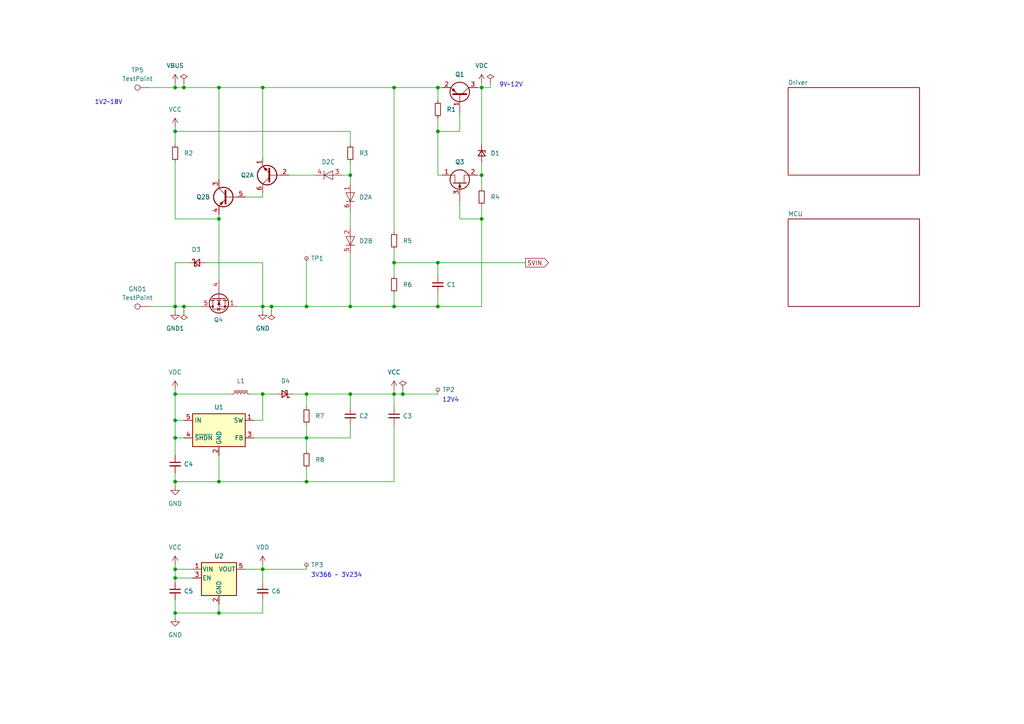
<source format=kicad_sch>
(kicad_sch (version 20231120) (generator "eeschema") (generator_version "8.0")
  (paper "A4")
  (title_block (title "ECOM ESC") (date "2023-11-07") (rev "1.0") (company "ECOM"))
  (lib_symbols
    (symbol "Connector:TestPoint" (pin_numbers hide) (pin_names (offset 0.762) hide)
      (property "Reference" "TP" (at 0 6.858 0))
      (property "Value" "TestPoint" (at 0 5.08 0))
      (symbol "TestPoint_0_1"
        (circle (center 0 3.302) (radius 0.762))
      )
      (symbol "TestPoint_1_1"
        (pin passive line (at 0 0 90) (length 2.54) (name "1") (number "1"))
      )
    )
    (symbol "Connector:TestPoint_Small" (pin_numbers hide) (pin_names (offset 0.762) hide)
      (property "Reference" "TP" (at 0 3.81 0))
      (property "Value" "TestPoint_Small" (at 0 2.032 0))
      (symbol "TestPoint_Small_0_1"
        (circle (center 0 0) (radius 0.508))
      )
      (symbol "TestPoint_Small_1_1"
        (pin passive line (at 0 0 90) (length 0) (name "1") (number "1"))
      )
    )
    (symbol "Device:Q_PNP_BEC" (pin_names (offset 0) hide)
      (property "Reference" "Q" (at 5.08 1.27 0))
      (property "Value" "Q_PNP_BEC" (at 5.08 -1.27 0))
      (symbol "Q_PNP_BEC_0_1"
        (polyline (pts (xy 0.635 0.635) (xy 2.54 2.54)))
        (polyline (pts (xy 0.635 -0.635) (xy 2.54 -2.54) (xy 2.54 -2.54)))
        (polyline (pts (xy 0.635 1.905) (xy 0.635 -1.905) (xy 0.635 -1.905)) (stroke (width 0.508)))
        (polyline (pts (xy 2.286 -1.778) (xy 1.778 -2.286) (xy 1.27 -1.27) (xy 2.286 -1.778) (xy 2.286 -1.778)) (fill (type outline)))
        (circle (center 1.27 0) (radius 2.8194) (stroke (width 0.254)))
      )
      (symbol "Q_PNP_BEC_1_1"
        (pin input line (at -5.08 0 0) (length 5.715) (name "B") (number "1"))
        (pin passive line (at 2.54 -5.08 90) (length 2.54) (name "E") (number "2"))
        (pin passive line (at 2.54 5.08 270) (length 2.54) (name "C") (number "3"))
      )
    )
    (symbol "LibProj:AP2204K-3.3" (pin_names (offset 0.254))
      (property "Reference" "U" (at -5.08 5.715 0))
      (property "Value" "AP2204K-3.3" (at 0 5.715 0))
      (symbol "AP2204K-3.3_0_1"
        (rectangle (start -5.08 4.445) (end 5.08 -5.08) (stroke (width 0.254)) (fill (type background)))
      )
      (symbol "AP2204K-3.3_1_1"
        (pin power_in line (at -7.62 2.54 0) (length 2.54) (name "VIN") (number "1"))
        (pin power_in line (at 0 -7.62 90) (length 2.54) (name "GND") (number "2"))
        (pin input line (at -7.62 0 0) (length 2.54) (name "EN") (number "3"))
        (pin no_connect line (at 5.08 0 180) (length 2.54) hide (name "NC") (number "4"))
        (pin power_out line (at 7.62 2.54 180) (length 2.54) (name "VOUT") (number "5"))
      )
    )
    (symbol "LibProj:AP3012"
      (property "Reference" "U" (at -7.62 5.715 0))
      (property "Value" "AP3012" (at 0 5.715 0))
      (symbol "AP3012_0_1"
        (rectangle (start -7.62 4.445) (end 7.62 -5.08) (stroke (width 0.254)) (fill (type background)))
      )
      (symbol "AP3012_1_1"
        (pin passive line (at 10.16 2.54 180) (length 2.54) (name "SW") (number "1"))
        (pin power_in line (at 0 -7.62 90) (length 2.54) (name "GND") (number "2"))
        (pin input line (at 10.16 -2.54 180) (length 2.54) (name "FB") (number "3"))
        (pin input line (at -10.16 -2.54 0) (length 2.54) (name "~{SHDN}") (number "4"))
        (pin power_in line (at -10.16 2.54 0) (length 2.54) (name "IN") (number "5"))
      )
    )
    (symbol "LibProj:CSD17578Q5A" (pin_names hide)
      (property "Reference" "Q" (at 5.08 1.905 0))
      (property "Value" "CSD17578Q5A" (at 5.08 0 0))
      (symbol "CSD17578Q5A_0_1"
        (polyline (pts (xy 0.254 0) (xy -2.54 0)))
        (polyline (pts (xy 0.254 1.905) (xy 0.254 -1.905)) (stroke (width 0.254)))
        (polyline (pts (xy 0.762 -1.27) (xy 0.762 -2.286)) (stroke (width 0.254)))
        (polyline (pts (xy 0.762 0.508) (xy 0.762 -0.508)) (stroke (width 0.254)))
        (polyline (pts (xy 0.762 2.286) (xy 0.762 1.27)) (stroke (width 0.254)))
        (polyline (pts (xy 2.54 2.54) (xy 2.54 1.778)))
        (polyline (pts (xy 2.54 -2.54) (xy 2.54 0) (xy 0.762 0)))
        (polyline (pts (xy 0.762 -1.778) (xy 3.302 -1.778) (xy 3.302 1.778) (xy 0.762 1.778)))
        (polyline (pts (xy 1.016 0) (xy 2.032 0.381) (xy 2.032 -0.381) (xy 1.016 0)) (fill (type outline)))
        (polyline (pts (xy 2.794 0.508) (xy 2.921 0.381) (xy 3.683 0.381) (xy 3.81 0.254)))
        (polyline (pts (xy 3.302 0.381) (xy 2.921 -0.254) (xy 3.683 -0.254) (xy 3.302 0.381)))
        (circle (center 1.651 0) (radius 2.794) (stroke (width 0.254)))
        (circle (center 2.54 -1.778) (radius 0.254) (fill (type outline)))
        (circle (center 2.54 1.778) (radius 0.254) (fill (type outline)))
      )
      (symbol "CSD17578Q5A_1_1"
        (pin passive line (at 2.54 -5.08 90) (length 2.54) (name "S") (number "1"))
        (pin passive line (at 2.54 -5.08 90) (length 2.54) hide (name "S") (number "2"))
        (pin passive line (at 2.54 -5.08 90) (length 2.54) hide (name "S") (number "3"))
        (pin passive line (at -5.08 0 0) (length 2.54) (name "G") (number "4"))
        (pin passive line (at 2.54 5.08 270) (length 2.54) (name "D") (number "5"))
      )
    )
    (symbol "LibProj:C_Small" (pin_numbers hide) (pin_names (offset 0.254) hide)
      (property "Reference" "C" (at 0.254 1.778 0))
      (property "Value" "C_Small" (at 0.254 -2.032 0))
      (symbol "C_Small_0_1"
        (polyline (pts (xy -1.524 -0.508) (xy 1.524 -0.508)) (stroke (width 0.3302)))
        (polyline (pts (xy -1.524 0.508) (xy 1.524 0.508)) (stroke (width 0.3048)))
      )
      (symbol "C_Small_1_1"
        (pin passive line (at 0 2.54 270) (length 2.032) (name "~") (number "1"))
        (pin passive line (at 0 -2.54 90) (length 2.032) (name "~") (number "2"))
      )
    )
    (symbol "LibProj:D_Schottky_Small" (pin_numbers hide) (pin_names (offset 0.254) hide)
      (property "Reference" "D" (at -1.27 2.032 0))
      (property "Value" "D_Schottky_Small" (at -7.112 -2.032 0))
      (symbol "D_Schottky_Small_0_1"
        (polyline (pts (xy -0.762 0) (xy 0.762 0)))
        (polyline (pts (xy 0.762 -1.016) (xy -0.762 0) (xy 0.762 1.016) (xy 0.762 -1.016)) (stroke (width 0.254)))
        (polyline (pts (xy -1.27 0.762) (xy -1.27 1.016) (xy -0.762 1.016) (xy -0.762 -1.016) (xy -0.254 -1.016) (xy -0.254 -0.762)) (stroke (width 0.254)))
      )
      (symbol "D_Schottky_Small_1_1"
        (pin passive line (at -2.54 0 0) (length 1.778) (name "K") (number "1"))
        (pin passive line (at 2.54 0 180) (length 1.778) (name "A") (number "2"))
      )
    )
    (symbol "LibProj:D_Zener_Small" (pin_numbers hide) (pin_names (offset 0.254) hide)
      (property "Reference" "D" (at 0 2.286 0))
      (property "Value" "D_Zener_Small" (at 0 -2.286 0))
      (symbol "D_Zener_Small_0_1"
        (polyline (pts (xy 0.762 0) (xy -0.762 0)))
        (polyline (pts (xy -0.254 1.016) (xy -0.762 1.016) (xy -0.762 -1.016)) (stroke (width 0.254)))
        (polyline (pts (xy 0.762 1.016) (xy -0.762 0) (xy 0.762 -1.016) (xy 0.762 1.016)) (stroke (width 0.254)))
      )
      (symbol "D_Zener_Small_1_1"
        (pin passive line (at -2.54 0 0) (length 1.778) (name "K") (number "1"))
        (pin passive line (at 2.54 0 180) (length 1.778) (name "A") (number "2"))
      )
    )
    (symbol "LibProj:L_Ferrite_Small" (pin_numbers hide) (pin_names (offset 0.254) hide)
      (property "Reference" "L" (at 1.27 1.016 0))
      (property "Value" "L_Ferrite_Small" (at 1.27 -1.27 0))
      (symbol "L_Ferrite_Small_0_1"
        (arc (start 0 -2.032) (mid 0.5058 -1.524) (end 0 -1.016))
        (arc (start 0 -1.016) (mid 0.5058 -0.508) (end 0 0))
        (polyline (pts (xy 0.762 -1.905) (xy 0.762 -1.651)))
        (polyline (pts (xy 0.762 -1.397) (xy 0.762 -1.143)))
        (polyline (pts (xy 0.762 -0.889) (xy 0.762 -0.635)))
        (polyline (pts (xy 0.762 -0.381) (xy 0.762 -0.127)))
        (polyline (pts (xy 0.762 0.127) (xy 0.762 0.381)))
        (polyline (pts (xy 0.762 0.635) (xy 0.762 0.889)))
        (polyline (pts (xy 0.762 1.143) (xy 0.762 1.397)))
        (polyline (pts (xy 0.762 1.651) (xy 0.762 1.905)))
        (polyline (pts (xy 1.016 -1.651) (xy 1.016 -1.905)))
        (polyline (pts (xy 1.016 -1.143) (xy 1.016 -1.397)))
        (polyline (pts (xy 1.016 -0.635) (xy 1.016 -0.889)))
        (polyline (pts (xy 1.016 -0.127) (xy 1.016 -0.381)))
        (polyline (pts (xy 1.016 0.381) (xy 1.016 0.127)))
        (polyline (pts (xy 1.016 0.889) (xy 1.016 0.635)))
        (polyline (pts (xy 1.016 1.397) (xy 1.016 1.143)))
        (polyline (pts (xy 1.016 1.905) (xy 1.016 1.651)))
        (arc (start 0 0) (mid 0.5058 0.508) (end 0 1.016))
        (arc (start 0 1.016) (mid 0.5058 1.524) (end 0 2.032))
      )
      (symbol "L_Ferrite_Small_1_1"
        (pin passive line (at 0 2.54 270) (length 0.508) (name "~") (number "1"))
        (pin passive line (at 0 -2.54 90) (length 0.508) (name "~") (number "2"))
      )
    )
    (symbol "LibProj:MMBD4448HTW" (pin_names (offset 1.016) hide)
      (property "Reference" "D" (at 0 2.54 0))
      (property "Value" "MMBD4448HTW" (at 0 -2.54 0))
      (symbol "MMBD4448HTW_0_1"
        (polyline (pts (xy -1.27 1.27) (xy -1.27 -1.27)) (stroke (width 0.1524)))
        (polyline (pts (xy 1.27 0) (xy -1.27 0)))
        (polyline (pts (xy 1.27 1.27) (xy 1.27 -1.27)))
        (polyline (pts (xy 1.27 1.27) (xy -1.27 0) (xy 1.27 -1.27)))
      )
      (symbol "MMBD4448HTW_1_1"
        (pin passive line (at 3.81 0 180) (length 2.54) (name "A") (number "1"))
        (pin passive line (at -3.81 0 0) (length 2.54) (name "K") (number "6"))
      )
      (symbol "MMBD4448HTW_2_1"
        (pin passive line (at 3.81 0 180) (length 2.54) (name "A") (number "2"))
        (pin passive line (at -3.81 0 0) (length 2.54) (name "K") (number "5"))
      )
      (symbol "MMBD4448HTW_3_1"
        (pin passive line (at 3.81 0 180) (length 2.54) (name "A") (number "3"))
        (pin passive line (at -3.81 0 0) (length 2.54) (name "K") (number "4"))
      )
    )
    (symbol "LibProj:Q_Dual_NPN_PNP_E1B1C2E2B2C1" (pin_names (offset 0) hide)
      (property "Reference" "Q" (at 5.08 1.27 0))
      (property "Value" "Q_Dual_NPN_PNP_E1B1C2E2B2C1" (at 5.08 -1.27 0))
      (symbol "Q_Dual_NPN_PNP_E1B1C2E2B2C1_0_1"
        (polyline (pts (xy 0.635 0) (xy -2.54 0)))
        (circle (center 1.27 0) (radius 2.8194) (stroke (width 0.254)))
        (circle (center 1.27 0) (radius 2.8194) (stroke (width 0.254)))
      )
      (symbol "Q_Dual_NPN_PNP_E1B1C2E2B2C1_1_1"
        (polyline (pts (xy 0.635 0.635) (xy 2.54 2.54)))
        (polyline (pts (xy 0.635 -0.635) (xy 2.54 -2.54) (xy 2.54 -2.54)))
        (polyline (pts (xy 0.635 1.905) (xy 0.635 -1.905) (xy 0.635 -1.905)) (stroke (width 0.508)))
        (polyline (pts (xy 1.27 -1.778) (xy 1.778 -1.27) (xy 2.286 -2.286) (xy 1.27 -1.778) (xy 1.27 -1.778)) (fill (type outline)))
        (pin passive line (at 2.54 -5.08 90) (length 2.54) (name "E1") (number "1"))
        (pin input line (at -5.08 0 0) (length 2.54) (name "B1") (number "2"))
        (pin passive line (at 2.54 5.08 270) (length 2.54) (name "C1") (number "6"))
      )
      (symbol "Q_Dual_NPN_PNP_E1B1C2E2B2C1_2_1"
        (polyline (pts (xy 0.635 0.635) (xy 2.54 2.54)))
        (polyline (pts (xy 0.635 -0.635) (xy 2.54 -2.54) (xy 2.54 -2.54)))
        (polyline (pts (xy 0.635 1.905) (xy 0.635 -1.905) (xy 0.635 -1.905)) (stroke (width 0.508)))
        (polyline (pts (xy 2.286 -1.778) (xy 1.778 -2.286) (xy 1.27 -1.27) (xy 2.286 -1.778) (xy 2.286 -1.778)) (fill (type outline)))
        (pin passive line (at 2.54 5.08 270) (length 2.54) (name "C2") (number "3"))
        (pin passive line (at 2.54 -5.08 90) (length 2.54) (name "E2") (number "4"))
        (pin input line (at -5.08 0 0) (length 2.54) (name "B2") (number "5"))
      )
    )
    (symbol "LibProj:Q_NJFET_DSG" (pin_names (offset 0) hide)
      (property "Reference" "Q" (at 5.08 1.27 0))
      (property "Value" "Q_NJFET_DSG" (at 5.08 -1.27 0))
      (symbol "Q_NJFET_DSG_0_1"
        (polyline (pts (xy 0.254 1.905) (xy 0.254 -1.905) (xy 0.254 -1.905)) (stroke (width 0.254)))
        (polyline (pts (xy 2.54 -2.54) (xy 2.54 -1.27) (xy 0.254 -1.27)))
        (polyline (pts (xy 2.54 2.54) (xy 2.54 1.397) (xy 0.254 1.397)))
        (polyline (pts (xy 0 0) (xy -1.016 0.381) (xy -1.016 -0.381) (xy 0 0)) (fill (type outline)))
        (circle (center 1.27 0) (radius 2.8194) (stroke (width 0.254)))
      )
      (symbol "Q_NJFET_DSG_1_1"
        (pin passive line (at 2.54 5.08 270) (length 2.54) (name "D") (number "1"))
        (pin passive line (at 2.54 -5.08 90) (length 2.54) (name "S") (number "2"))
        (pin input line (at -5.08 0 0) (length 5.334) (name "G") (number "3"))
      )
    )
    (symbol "LibProj:R_Small" (pin_numbers hide) (pin_names (offset 0.254) hide)
      (property "Reference" "R" (at 0.762 0.508 0))
      (property "Value" "R_Small" (at 0.762 -1.016 0))
      (symbol "R_Small_0_1"
        (rectangle (start -0.762 1.778) (end 0.762 -1.778) (stroke (width 0.2032)))
      )
      (symbol "R_Small_1_1"
        (pin passive line (at 0 2.54 270) (length 0.762) (name "~") (number "1"))
        (pin passive line (at 0 -2.54 90) (length 0.762) (name "~") (number "2"))
      )
    )
    (symbol "power:GND" (power) (pin_names (offset 0))
      (property "Value" "GND" (at 0 -3.81 0))
      (symbol "GND_0_1"
        (polyline (pts (xy 0 0) (xy 0 -1.27) (xy 1.27 -1.27) (xy 0 -2.54) (xy -1.27 -1.27) (xy 0 -1.27)))
      )
      (symbol "GND_1_1"
        (pin power_in line (at 0 0 270) (length 0) hide (name "GND") (number "1"))
      )
    )
    (symbol "power:GND1" (power) (pin_names (offset 0))
      (property "Value" "GND1" (at 0 -3.81 0))
      (symbol "GND1_0_1"
        (polyline (pts (xy 0 0) (xy 0 -1.27) (xy 1.27 -1.27) (xy 0 -2.54) (xy -1.27 -1.27) (xy 0 -1.27)))
      )
      (symbol "GND1_1_1"
        (pin power_in line (at 0 0 270) (length 0) hide (name "GND1") (number "1"))
      )
    )
    (symbol "power:PWR_FLAG" (power) (pin_numbers hide) (pin_names (offset 0) hide)
      (property "Value" "PWR_FLAG" (at 0 3.81 0))
      (symbol "PWR_FLAG_0_0"
        (pin power_out line (at 0 0 90) (length 0) (name "pwr") (number "1"))
      )
      (symbol "PWR_FLAG_0_1"
        (polyline (pts (xy 0 0) (xy 0 1.27) (xy -1.016 1.905) (xy 0 2.54) (xy 1.016 1.905) (xy 0 1.27)))
      )
    )
    (symbol "power:VBUS" (power) (pin_names (offset 0))
      (property "Value" "VBUS" (at 0 3.81 0))
      (symbol "VBUS_0_1"
        (polyline (pts (xy -0.762 1.27) (xy 0 2.54)))
        (polyline (pts (xy 0 0) (xy 0 2.54)))
        (polyline (pts (xy 0 2.54) (xy 0.762 1.27)))
      )
      (symbol "VBUS_1_1"
        (pin power_in line (at 0 0 90) (length 0) hide (name "VBUS") (number "1"))
      )
    )
    (symbol "power:VCC" (power) (pin_names (offset 0))
      (property "Value" "VCC" (at 0 3.81 0))
      (symbol "VCC_0_1"
        (polyline (pts (xy -0.762 1.27) (xy 0 2.54)))
        (polyline (pts (xy 0 0) (xy 0 2.54)))
        (polyline (pts (xy 0 2.54) (xy 0.762 1.27)))
      )
      (symbol "VCC_1_1"
        (pin power_in line (at 0 0 90) (length 0) hide (name "VCC") (number "1"))
      )
    )
    (symbol "power:VDC" (power) (pin_names (offset 0))
      (property "Value" "VDC" (at 0 6.35 0))
      (symbol "VDC_0_1"
        (polyline (pts (xy -0.762 1.27) (xy 0 2.54)))
        (polyline (pts (xy 0 0) (xy 0 2.54)))
        (polyline (pts (xy 0 2.54) (xy 0.762 1.27)))
      )
      (symbol "VDC_1_1"
        (pin power_in line (at 0 0 90) (length 0) hide (name "VDC") (number "1"))
      )
    )
    (symbol "power:VDD" (power) (pin_names (offset 0))
      (property "Value" "VDD" (at 0 3.81 0))
      (symbol "VDD_0_1"
        (polyline (pts (xy -0.762 1.27) (xy 0 2.54)))
        (polyline (pts (xy 0 0) (xy 0 2.54)))
        (polyline (pts (xy 0 2.54) (xy 0.762 1.27)))
      )
      (symbol "VDD_1_1"
        (pin power_in line (at 0 0 90) (length 0) hide (name "VDD") (number "1"))
      )
    )
  )
  (junction (at 88.9 127))
  (junction (at 50.8 139.7))
  (junction (at 127 25.4))
  (junction (at 139.7 50.8))
  (junction (at 76.2 114.3))
  (junction (at 127 76.2))
  (junction (at 127 38.1))
  (junction (at 53.34 25.4))
  (junction (at 127 88.9))
  (junction (at 53.34 88.9))
  (junction (at 50.8 177.8))
  (junction (at 88.9 88.9))
  (junction (at 116.84 114.3))
  (junction (at 88.9 139.7))
  (junction (at 114.3 88.9))
  (junction (at 63.5 139.7))
  (junction (at 76.2 88.9))
  (junction (at 50.8 38.1))
  (junction (at 50.8 114.3))
  (junction (at 114.3 76.2))
  (junction (at 50.8 167.64))
  (junction (at 76.2 25.4))
  (junction (at 101.6 114.3))
  (junction (at 50.8 88.9))
  (junction (at 76.2 165.1))
  (junction (at 50.8 121.92))
  (junction (at 114.3 25.4))
  (junction (at 78.74 88.9))
  (junction (at 50.8 127))
  (junction (at 101.6 50.8))
  (junction (at 63.5 177.8))
  (junction (at 101.6 88.9))
  (junction (at 88.9 114.3))
  (junction (at 50.8 25.4))
  (junction (at 139.7 25.4))
  (junction (at 114.3 114.3))
  (junction (at 63.5 63.5))
  (junction (at 63.5 25.4))
  (junction (at 50.8 165.1))
  (junction (at 139.7 63.5))
  (wire (pts (xy 50.8 177.8) (xy 50.8 173.99)))
  (wire (pts (xy 114.3 76.2) (xy 114.3 80.01)))
  (wire (pts (xy 50.8 137.16) (xy 50.8 139.7)))
  (wire (pts (xy 50.8 63.5) (xy 63.5 63.5)))
  (wire (pts (xy 101.6 118.11) (xy 101.6 114.3)))
  (wire (pts (xy 88.9 88.9) (xy 101.6 88.9)))
  (wire (pts (xy 43.18 88.9) (xy 50.8 88.9)))
  (wire (pts (xy 101.6 50.8) (xy 101.6 53.34)))
  (wire (pts (xy 72.39 114.3) (xy 76.2 114.3)))
  (wire (pts (xy 114.3 88.9) (xy 127 88.9)))
  (wire (pts (xy 78.74 88.9) (xy 88.9 88.9)))
  (wire (pts (xy 50.8 25.4) (xy 53.34 25.4)))
  (wire (pts (xy 53.34 24.13) (xy 53.34 25.4)))
  (wire (pts (xy 114.3 123.19) (xy 114.3 139.7)))
  (wire (pts (xy 114.3 85.09) (xy 114.3 88.9)))
  (wire (pts (xy 50.8 76.2) (xy 50.8 88.9)))
  (wire (pts (xy 68.58 88.9) (xy 76.2 88.9)))
  (wire (pts (xy 76.2 177.8) (xy 63.5 177.8)))
  (wire (pts (xy 76.2 173.99) (xy 76.2 177.8)))
  (wire (pts (xy 127 113.03) (xy 127 114.3)))
  (wire (pts (xy 50.8 25.4) (xy 50.8 24.13)))
  (wire (pts (xy 101.6 73.66) (xy 101.6 88.9)))
  (wire (pts (xy 88.9 135.89) (xy 88.9 139.7)))
  (wire (pts (xy 71.12 57.15) (xy 76.2 57.15)))
  (wire (pts (xy 63.5 177.8) (xy 50.8 177.8)))
  (wire (pts (xy 133.35 33.02) (xy 133.35 38.1)))
  (wire (pts (xy 133.35 58.42) (xy 133.35 63.5)))
  (wire (pts (xy 73.66 127) (xy 88.9 127)))
  (wire (pts (xy 50.8 167.64) (xy 55.88 167.64)))
  (wire (pts (xy 76.2 25.4) (xy 114.3 25.4)))
  (wire (pts (xy 50.8 88.9) (xy 53.34 88.9)))
  (wire (pts (xy 142.24 24.13) (xy 142.24 25.4)))
  (wire (pts (xy 127 38.1) (xy 127 50.8)))
  (wire (pts (xy 114.3 76.2) (xy 127 76.2)))
  (wire (pts (xy 50.8 165.1) (xy 50.8 167.64)))
  (wire (pts (xy 114.3 139.7) (xy 88.9 139.7)))
  (wire (pts (xy 50.8 46.99) (xy 50.8 63.5)))
  (wire (pts (xy 101.6 123.19) (xy 101.6 127)))
  (wire (pts (xy 50.8 36.83) (xy 50.8 38.1)))
  (wire (pts (xy 142.24 25.4) (xy 139.7 25.4)))
  (wire (pts (xy 76.2 165.1) (xy 88.9 165.1)))
  (wire (pts (xy 43.18 25.4) (xy 50.8 25.4)))
  (wire (pts (xy 50.8 177.8) (xy 50.8 179.07)))
  (wire (pts (xy 63.5 25.4) (xy 63.5 52.07)))
  (wire (pts (xy 139.7 54.61) (xy 139.7 50.8)))
  (wire (pts (xy 139.7 63.5) (xy 139.7 88.9)))
  (wire (pts (xy 127 34.29) (xy 127 38.1)))
  (wire (pts (xy 128.27 50.8) (xy 127 50.8)))
  (wire (pts (xy 50.8 38.1) (xy 101.6 38.1)))
  (wire (pts (xy 53.34 127) (xy 50.8 127)))
  (wire (pts (xy 139.7 46.99) (xy 139.7 50.8)))
  (wire (pts (xy 76.2 45.72) (xy 76.2 25.4)))
  (wire (pts (xy 139.7 25.4) (xy 139.7 41.91)))
  (wire (pts (xy 50.8 121.92) (xy 53.34 121.92)))
  (wire (pts (xy 139.7 59.69) (xy 139.7 63.5)))
  (wire (pts (xy 116.84 114.3) (xy 114.3 114.3)))
  (wire (pts (xy 63.5 63.5) (xy 63.5 81.28)))
  (wire (pts (xy 78.74 88.9) (xy 78.74 90.17)))
  (wire (pts (xy 139.7 25.4) (xy 138.43 25.4)))
  (wire (pts (xy 127 88.9) (xy 139.7 88.9)))
  (wire (pts (xy 88.9 114.3) (xy 101.6 114.3)))
  (wire (pts (xy 76.2 25.4) (xy 63.5 25.4)))
  (wire (pts (xy 71.12 165.1) (xy 76.2 165.1)))
  (wire (pts (xy 114.3 118.11) (xy 114.3 114.3)))
  (wire (pts (xy 63.5 175.26) (xy 63.5 177.8)))
  (wire (pts (xy 76.2 88.9) (xy 76.2 90.17)))
  (wire (pts (xy 88.9 118.11) (xy 88.9 114.3)))
  (wire (pts (xy 76.2 165.1) (xy 76.2 168.91)))
  (wire (pts (xy 50.8 167.64) (xy 50.8 168.91)))
  (wire (pts (xy 76.2 114.3) (xy 76.2 121.92)))
  (wire (pts (xy 50.8 41.91) (xy 50.8 38.1)))
  (wire (pts (xy 114.3 25.4) (xy 114.3 67.31)))
  (wire (pts (xy 50.8 114.3) (xy 50.8 121.92)))
  (wire (pts (xy 127 76.2) (xy 152.4 76.2)))
  (wire (pts (xy 133.35 38.1) (xy 127 38.1)))
  (wire (pts (xy 101.6 46.99) (xy 101.6 50.8)))
  (wire (pts (xy 114.3 72.39) (xy 114.3 76.2)))
  (wire (pts (xy 127 80.01) (xy 127 76.2)))
  (wire (pts (xy 50.8 88.9) (xy 50.8 90.17)))
  (wire (pts (xy 54.61 76.2) (xy 50.8 76.2)))
  (wire (pts (xy 127 85.09) (xy 127 88.9)))
  (wire (pts (xy 88.9 127) (xy 101.6 127)))
  (wire (pts (xy 63.5 139.7) (xy 63.5 132.08)))
  (wire (pts (xy 88.9 114.3) (xy 85.09 114.3)))
  (wire (pts (xy 127 25.4) (xy 127 29.21)))
  (wire (pts (xy 50.8 121.92) (xy 50.8 127)))
  (wire (pts (xy 114.3 113.03) (xy 114.3 114.3)))
  (wire (pts (xy 50.8 139.7) (xy 50.8 140.97)))
  (wire (pts (xy 83.82 50.8) (xy 91.44 50.8)))
  (wire (pts (xy 99.06 50.8) (xy 101.6 50.8)))
  (wire (pts (xy 76.2 163.83) (xy 76.2 165.1)))
  (wire (pts (xy 53.34 88.9) (xy 53.34 90.17)))
  (wire (pts (xy 101.6 88.9) (xy 114.3 88.9)))
  (wire (pts (xy 114.3 25.4) (xy 127 25.4)))
  (wire (pts (xy 114.3 114.3) (xy 101.6 114.3)))
  (wire (pts (xy 50.8 163.83) (xy 50.8 165.1)))
  (wire (pts (xy 50.8 127) (xy 50.8 132.08)))
  (wire (pts (xy 76.2 114.3) (xy 80.01 114.3)))
  (wire (pts (xy 73.66 121.92) (xy 76.2 121.92)))
  (wire (pts (xy 76.2 55.88) (xy 76.2 57.15)))
  (wire (pts (xy 76.2 76.2) (xy 76.2 88.9)))
  (wire (pts (xy 53.34 88.9) (xy 58.42 88.9)))
  (wire (pts (xy 88.9 163.83) (xy 88.9 165.1)))
  (wire (pts (xy 127 25.4) (xy 128.27 25.4)))
  (wire (pts (xy 53.34 25.4) (xy 63.5 25.4)))
  (wire (pts (xy 50.8 139.7) (xy 63.5 139.7)))
  (wire (pts (xy 76.2 88.9) (xy 78.74 88.9)))
  (wire (pts (xy 67.31 114.3) (xy 50.8 114.3)))
  (wire (pts (xy 133.35 63.5) (xy 139.7 63.5)))
  (wire (pts (xy 88.9 123.19) (xy 88.9 127)))
  (wire (pts (xy 59.69 76.2) (xy 76.2 76.2)))
  (wire (pts (xy 116.84 114.3) (xy 127 114.3)))
  (wire (pts (xy 88.9 127) (xy 88.9 130.81)))
  (wire (pts (xy 63.5 62.23) (xy 63.5 63.5)))
  (wire (pts (xy 116.84 113.03) (xy 116.84 114.3)))
  (wire (pts (xy 88.9 139.7) (xy 63.5 139.7)))
  (wire (pts (xy 101.6 60.96) (xy 101.6 66.04)))
  (wire (pts (xy 139.7 24.13) (xy 139.7 25.4)))
  (wire (pts (xy 139.7 50.8) (xy 138.43 50.8)))
  (wire (pts (xy 88.9 74.93) (xy 88.9 88.9)))
  (wire (pts (xy 55.88 165.1) (xy 50.8 165.1)))
  (wire (pts (xy 50.8 113.03) (xy 50.8 114.3)))
  (wire (pts (xy 101.6 38.1) (xy 101.6 41.91)))
  (text "3V366 ~ 3V234" (at 90.17 167.64 0) (effects (font (size 1.27 1.27)) (justify left bottom)))
  (text "9V~12V" (at 144.78 25.4 0) (effects (font (size 1.27 1.27)) (justify left bottom)))
  (text "1V2~18V" (at 35.56 30.48 0) (effects (font (size 1.27 1.27)) (justify right bottom)))
  (text "12V4" (at 128.27 116.84 0) (effects (font (size 1.27 1.27)) (justify left bottom)))
  (global_label "SVIN" (shape output) (at 152.4 76.2 0) (property "Intersheetrefs" "${INTERSHEET_REFS}" (effects (hide yes))))
  (symbol (lib_id "LibProj:R_Small") (at 101.6 44.45 0) (unit 1)
    (property "Reference" "R3" (at 104.14 44.45 0) (effects (justify left)))
    (property "Value" "4k7" (effects (hide yes)))
    (property "Footprint" "Resistor_SMD:R_0402_1005Metric" (effects (hide yes)))
    (property "JLCPCB Part #" "C25900" (effects (hide yes)))
    (property "Rating" "62.5mW - ±1%" (effects (hide yes)))
  )
  (symbol (lib_id "power:PWR_FLAG") (at 53.34 24.13 0) (unit 1)
    (property "Reference" "#FLG01" (effects (hide yes)))
    (property "Value" "PWR_FLAG" (effects (hide yes)))
  )
  (symbol (lib_id "LibProj:CSD17578Q5A") (at 63.5 86.36 90) (mirror x) (unit 1)
    (property "Reference" "Q4" (at 64.77 92.71 90) (effects (justify left)))
    (property "Value" "AON7418" (effects (hide yes)))
    (property "Footprint" "Package_SON:VSON-8_3.3x3.3mm_P0.65mm_NexFET" (effects (hide yes)))
    (property "Datasheet" "http://www.ti.com/lit/gpn/csd17578q5a" (effects (hide yes)))
    (property "JLCPCB Part #" "C74384" (effects (hide yes)))
  )
  (symbol (lib_id "LibProj:MMBD4448HTW") (at 101.6 69.85 90) (unit 2)
    (property "Reference" "D2" (at 104.14 69.8881 90) (effects (justify right)))
    (property "Value" "MMBD4448HTW" (effects (hide yes)))
    (property "Footprint" "Package_TO_SOT_SMD:SOT-363_SC-70-6" (effects (hide yes)))
    (property "Datasheet" "http://www.diodes.com/datasheets/ds30153.pdf" (effects (hide yes)))
    (property "JLCPCB Part #" "C435910" (effects (hide yes)))
  )
  (symbol (lib_id "power:GND") (at 76.2 90.17 0) (unit 1)
    (property "Reference" "#PWR05" (effects (hide yes)))
    (property "Value" "GND" (at 76.2 95.25 0))
  )
  (symbol (lib_id "power:PWR_FLAG") (at 142.24 24.13 0) (unit 1)
    (property "Reference" "#FLG02" (effects (hide yes)))
    (property "Value" "PWR_FLAG" (effects (hide yes)))
  )
  (symbol (lib_id "LibProj:R_Small") (at 50.8 44.45 0) (unit 1)
    (property "Reference" "R2" (at 53.34 44.45 0) (effects (justify left)))
    (property "Value" "2k2" (effects (hide yes)))
    (property "Footprint" "Resistor_SMD:R_0402_1005Metric" (effects (hide yes)))
    (property "JLCPCB Part #" "C25879" (effects (hide yes)))
    (property "Rating" "62.5mW - ±1%" (effects (hide yes)))
  )
  (symbol (lib_id "power:GND") (at 50.8 140.97 0) (unit 1)
    (property "Reference" "#PWR08" (effects (hide yes)))
    (property "Value" "GND" (at 50.8 146.05 0))
  )
  (symbol (lib_id "power:VCC") (at 114.3 113.03 0) (unit 1)
    (property "Reference" "#PWR07" (effects (hide yes)))
    (property "Value" "VCC" (at 114.3 107.95 0))
  )
  (symbol (lib_id "LibProj:AP2204K-3.3") (at 63.5 167.64 0) (unit 1)
    (property "Reference" "U2" (at 63.5 161.29 0))
    (property "Value" "AP2210K-3.3TRG1" (effects (hide yes)))
    (property "Footprint" "Package_TO_SOT_SMD:SOT-23-5" (effects (hide yes)))
    (property "Datasheet" "https://www.diodes.com/assets/Datasheets/AP2204.pdf" (effects (hide yes)))
    (property "JLCPCB Part #" "C176959" (effects (hide yes)))
  )
  (symbol (lib_id "LibProj:C_Small") (at 76.2 171.45 0) (unit 1)
    (property "Reference" "C6" (at 78.74 171.4563 0) (effects (justify left)))
    (property "Value" "2.2uF" (effects (hide yes)))
    (property "Footprint" "Capacitor_SMD:C_0603_1608Metric" (effects (hide yes)))
    (property "JLCPCB Part #" "C23630" (effects (hide yes)))
    (property "Rating" "X5R - 16V - ±10%" (effects (hide yes)))
  )
  (symbol (lib_id "power:VCC") (at 50.8 163.83 0) (unit 1)
    (property "Reference" "#PWR09" (effects (hide yes)))
    (property "Value" "VCC" (at 50.8 158.75 0))
  )
  (symbol (lib_id "LibProj:R_Small") (at 88.9 120.65 0) (unit 1)
    (property "Reference" "R7" (at 91.44 120.65 0) (effects (justify left)))
    (property "Value" "91k" (effects (hide yes)))
    (property "Footprint" "Resistor_SMD:R_0402_1005Metric" (effects (hide yes)))
    (property "JLCPCB Part #" "C4147" (effects (hide yes)))
    (property "Rating" "62.5mW - ±1%" (effects (hide yes)))
  )
  (symbol (lib_id "power:GND1") (at 50.8 90.17 0) (unit 1)
    (property "Reference" "#PWR04" (effects (hide yes)))
    (property "Value" "GND1" (at 50.8 95.25 0))
  )
  (symbol (lib_id "LibProj:Q_Dual_NPN_PNP_E1B1C2E2B2C1") (at 78.74 50.8 180) (unit 1)
    (property "Reference" "Q2" (at 73.66 50.8 0) (effects (justify left)))
    (property "Value" "EMZ1T2R" (effects (hide yes)))
    (property "Footprint" "Package_TO_SOT_SMD:SOT-563" (effects (hide yes)))
    (property "JLCPCB Part #" "C510332" (effects (hide yes)))
  )
  (symbol (lib_id "Connector:TestPoint_Small") (at 127 113.03 0) (unit 1)
    (property "Reference" "TP2" (at 128.27 113.03 0) (effects (justify left)))
    (property "Value" "TestPoint_Small" (effects (hide yes)))
    (property "Footprint" "TestPoint:TestPoint_Pad_D1.0mm" (effects (hide yes)))
  )
  (symbol (lib_id "power:PWR_FLAG") (at 53.34 90.17 180) (unit 1)
    (property "Reference" "#FLG03" (effects (hide yes)))
    (property "Value" "PWR_FLAG" (effects (hide yes)))
  )
  (symbol (lib_id "Connector:TestPoint") (at 43.18 25.4 90) (unit 1)
    (property "Reference" "TP5" (at 39.878 20.32 90))
    (property "Value" "TestPoint" (at 39.878 22.86 90))
    (property "Footprint" "TestPoint:TestPoint_Pad_2.5x2.5mm" (effects (hide yes)))
  )
  (symbol (lib_id "power:PWR_FLAG") (at 78.74 90.17 180) (unit 1)
    (property "Reference" "#FLG04" (effects (hide yes)))
    (property "Value" "PWR_FLAG" (effects (hide yes)))
  )
  (symbol (lib_id "LibProj:C_Small") (at 101.6 120.65 0) (unit 1)
    (property "Reference" "C2" (at 104.14 120.6563 0) (effects (justify left)))
    (property "Value" "10pF" (effects (hide yes)))
    (property "Footprint" "Capacitor_SMD:C_0402_1005Metric" (effects (hide yes)))
    (property "JLCPCB Part #" "C32949 " (effects (hide yes)))
    (property "Rating" "C0G - 50V - ±5%" (effects (hide yes)))
  )
  (symbol (lib_id "power:VDC") (at 50.8 113.03 0) (unit 1)
    (property "Reference" "#PWR06" (effects (hide yes)))
    (property "Value" "VDC" (at 50.8 107.95 0))
  )
  (symbol (lib_id "LibProj:R_Small") (at 88.9 133.35 0) (unit 1)
    (property "Reference" "R8" (at 91.44 133.35 0) (effects (justify left)))
    (property "Value" "10k" (effects (hide yes)))
    (property "Footprint" "Resistor_SMD:R_0402_1005Metric" (effects (hide yes)))
    (property "JLCPCB Part #" "C25744" (effects (hide yes)))
    (property "Rating" "62.5mW - ±1%" (effects (hide yes)))
  )
  (symbol (lib_id "Connector:TestPoint") (at 43.18 88.9 90) (unit 1)
    (property "Reference" "GND1" (at 39.878 83.82 90))
    (property "Value" "TestPoint" (at 39.878 86.36 90))
    (property "Footprint" "TestPoint:TestPoint_Pad_2.5x2.5mm" (effects (hide yes)))
  )
  (symbol (lib_id "LibProj:R_Small") (at 114.3 69.85 0) (unit 1)
    (property "Reference" "R5" (at 116.84 69.85 0) (effects (justify left)))
    (property "Value" "10k" (effects (hide yes)))
    (property "Footprint" "Resistor_SMD:R_0402_1005Metric" (effects (hide yes)))
    (property "JLCPCB Part #" "C25744" (effects (hide yes)))
    (property "Rating" "62.5mW - ±1%" (effects (hide yes)))
  )
  (symbol (lib_id "Connector:TestPoint_Small") (at 88.9 74.93 0) (unit 1)
    (property "Reference" "TP1" (at 90.17 74.93 0) (effects (justify left)))
    (property "Value" "TestPoint_Small" (effects (hide yes)))
    (property "Footprint" "TestPoint:TestPoint_Pad_D1.0mm" (effects (hide yes)))
  )
  (symbol (lib_id "LibProj:C_Small") (at 127 82.55 0) (unit 1)
    (property "Reference" "C1" (at 129.54 82.5563 0) (effects (justify left)))
    (property "Value" "100nF" (effects (hide yes)))
    (property "Footprint" "Capacitor_SMD:C_0402_1005Metric" (effects (hide yes)))
    (property "JLCPCB Part #" "C1525" (effects (hide yes)))
    (property "Rating" "X7R - 16V - ±10%" (effects (hide yes)))
  )
  (symbol (lib_id "power:VDD") (at 76.2 163.83 0) (unit 1)
    (property "Reference" "#PWR010" (effects (hide yes)))
    (property "Value" "VDD" (at 76.2 158.75 0))
  )
  (symbol (lib_id "LibProj:C_Small") (at 50.8 134.62 0) (unit 1)
    (property "Reference" "C4" (at 53.34 134.6263 0) (effects (justify left)))
    (property "Value" "2.2uF" (effects (hide yes)))
    (property "Footprint" "Capacitor_SMD:C_0603_1608Metric" (effects (hide yes)))
    (property "JLCPCB Part #" "C23630" (effects (hide yes)))
    (property "Rating" "X5R - 16V - ±10%" (effects (hide yes)))
  )
  (symbol (lib_id "LibProj:C_Small") (at 114.3 120.65 0) (unit 1)
    (property "Reference" "C3" (at 116.84 120.6563 0) (effects (justify left)))
    (property "Value" "1uF" (effects (hide yes)))
    (property "Footprint" "Capacitor_SMD:C_0603_1608Metric" (effects (hide yes)))
    (property "JLCPCB Part #" "C15849" (effects (hide yes)))
    (property "Rating" "X5R - 50V - ±10%" (effects (hide yes)))
  )
  (symbol (lib_id "LibProj:R_Small") (at 114.3 82.55 0) (unit 1)
    (property "Reference" "R6" (at 116.84 82.55 0) (effects (justify left)))
    (property "Value" "2k2" (effects (hide yes)))
    (property "Footprint" "Resistor_SMD:R_0402_1005Metric" (effects (hide yes)))
    (property "JLCPCB Part #" "C25879" (effects (hide yes)))
    (property "Rating" "62.5mW - ±1%" (effects (hide yes)))
  )
  (symbol (lib_id "LibProj:D_Zener_Small") (at 139.7 44.45 270) (unit 1)
    (property "Reference" "D1" (at 142.24 44.45 90) (effects (justify left)))
    (property "Value" "BZX584C8V2" (effects (hide yes)))
    (property "Footprint" "Diode_SMD:D_SOD-523" (effects (hide yes)))
    (property "JLCPCB Part #" "C2991969" (effects (hide yes)))
  )
  (symbol (lib_id "LibProj:C_Small") (at 50.8 171.45 0) (unit 1)
    (property "Reference" "C5" (at 53.34 171.4563 0) (effects (justify left)))
    (property "Value" "1uF" (effects (hide yes)))
    (property "Footprint" "Capacitor_SMD:C_0603_1608Metric" (effects (hide yes)))
    (property "JLCPCB Part #" "C15849" (effects (hide yes)))
    (property "Rating" "X5R - 50V - ±10%" (effects (hide yes)))
  )
  (symbol (lib_id "LibProj:R_Small") (at 127 31.75 0) (unit 1)
    (property "Reference" "R1" (at 129.54 31.75 0) (effects (justify left)))
    (property "Value" "10k" (effects (hide yes)))
    (property "Footprint" "Resistor_SMD:R_0402_1005Metric" (effects (hide yes)))
    (property "JLCPCB Part #" "C25744" (effects (hide yes)))
    (property "Rating" "62.5mW - ±1%" (effects (hide yes)))
  )
  (symbol (lib_id "Device:Q_PNP_BEC") (at 133.35 27.94 270) (mirror x) (unit 1)
    (property "Reference" "Q1" (at 133.35 21.59 90))
    (property "Value" "FMMT718" (effects (hide yes)))
    (property "Footprint" "Package_TO_SOT_SMD:SOT-23" (effects (hide yes)))
    (property "JLCPCB Part #" "C2910189" (effects (hide yes)))
  )
  (symbol (lib_id "power:VCC") (at 50.8 36.83 0) (unit 1)
    (property "Reference" "#PWR03" (effects (hide yes)))
    (property "Value" "VCC" (at 50.8 31.75 0))
  )
  (symbol (lib_id "LibProj:R_Small") (at 139.7 57.15 0) (unit 1)
    (property "Reference" "R4" (at 142.24 57.15 0) (effects (justify left)))
    (property "Value" "330R" (effects (hide yes)))
    (property "Footprint" "Resistor_SMD:R_0402_1005Metric" (effects (hide yes)))
    (property "JLCPCB Part #" "C25104" (effects (hide yes)))
    (property "Rating" "62.5mW - ±1%" (effects (hide yes)))
  )
  (symbol (lib_id "power:VDC") (at 139.7 24.13 0) (unit 1)
    (property "Reference" "#PWR02" (effects (hide yes)))
    (property "Value" "VDC" (at 139.7 19.05 0))
  )
  (symbol (lib_id "LibProj:Q_Dual_NPN_PNP_E1B1C2E2B2C1") (at 66.04 57.15 0) (mirror y) (unit 2)
    (property "Reference" "Q2" (at 60.96 57.15 0) (effects (justify left)))
    (property "Value" "EMZ1T2R" (effects (hide yes)))
    (property "Footprint" "Package_TO_SOT_SMD:SOT-563" (effects (hide yes)))
    (property "JLCPCB Part #" "C510332" (effects (hide yes)))
  )
  (symbol (lib_id "LibProj:L_Ferrite_Small") (at 69.85 114.3 90) (unit 1)
    (property "Reference" "L1" (at 69.85 110.49 90))
    (property "Value" "10uH" (effects (hide yes)))
    (property "Footprint" "Inductor_SMD:L_Taiyo-Yuden_MD-2020" (effects (hide yes)))
    (property "JLCPCB Part #" "C207862" (effects (hide yes)))
    (property "Rating" "750mA - ±20%" (effects (hide yes)))
  )
  (symbol (lib_id "LibProj:D_Schottky_Small") (at 82.55 114.3 180) (unit 1)
    (property "Reference" "D4" (at 82.804 110.49 0))
    (property "Value" "RB521SM-40T2R" (effects (hide yes)))
    (property "Footprint" "Diode_SMD:D_SOD-523" (effects (hide yes)))
    (property "JLCPCB Part #" "C253516" (effects (hide yes)))
  )
  (symbol (lib_id "power:PWR_FLAG") (at 116.84 113.03 0) (unit 1)
    (property "Reference" "#FLG05" (effects (hide yes)))
    (property "Value" "PWR_FLAG" (effects (hide yes)))
  )
  (symbol (lib_id "LibProj:Q_NJFET_DSG") (at 133.35 53.34 90) (unit 1)
    (property "Reference" "Q3" (at 133.35 46.99 90))
    (property "Value" "MMBFJ309" (effects (hide yes)))
    (property "Footprint" "Package_TO_SOT_SMD:SOT-23" (effects (hide yes)))
    (property "JLCPCB Part #" "C58012" (effects (hide yes)))
  )
  (symbol (lib_id "LibProj:D_Schottky_Small") (at 57.15 76.2 0) (unit 1)
    (property "Reference" "D3" (at 56.896 72.39 0))
    (property "Value" "PMEG3030EP" (effects (hide yes)))
    (property "Footprint" "Diode_SMD:D_SOD-128" (effects (hide yes)))
    (property "JLCPCB Part #" "C255587" (effects (hide yes)))
  )
  (symbol (lib_id "power:GND") (at 50.8 179.07 0) (unit 1)
    (property "Reference" "#PWR011" (effects (hide yes)))
    (property "Value" "GND" (at 50.8 184.15 0))
  )
  (symbol (lib_id "LibProj:AP3012") (at 63.5 124.46 0) (unit 1)
    (property "Reference" "U1" (at 63.5 118.11 0))
    (property "Value" "AP3015KTR-G1" (effects (hide yes)))
    (property "Footprint" "Package_TO_SOT_SMD:SOT-23-5" (effects (hide yes)))
    (property "Datasheet" "https://www.diodes.com/assets/Datasheets/AP3012.pdf" (effects (hide yes)))
    (property "JLCPCB Part #" "C151334" (effects (hide yes)))
  )
  (symbol (lib_id "Connector:TestPoint_Small") (at 88.9 163.83 0) (unit 1)
    (property "Reference" "TP3" (at 90.17 163.83 0) (effects (justify left)))
    (property "Value" "TestPoint_Small" (effects (hide yes)))
    (property "Footprint" "TestPoint:TestPoint_Pad_D1.0mm" (effects (hide yes)))
  )
  (symbol (lib_id "LibProj:MMBD4448HTW") (at 95.25 50.8 0) (unit 3)
    (property "Reference" "D2" (at 95.2119 46.99 0))
    (property "Value" "MMBD4448HTW" (effects (hide yes)))
    (property "Footprint" "Package_TO_SOT_SMD:SOT-363_SC-70-6" (effects (hide yes)))
    (property "Datasheet" "http://www.diodes.com/datasheets/ds30153.pdf" (effects (hide yes)))
    (property "JLCPCB Part #" "C435910" (effects (hide yes)))
  )
  (symbol (lib_id "LibProj:MMBD4448HTW") (at 101.6 57.15 90) (unit 1)
    (property "Reference" "D2" (at 104.14 57.1881 90) (effects (justify right)))
    (property "Value" "MMBD4448HTW" (effects (hide yes)))
    (property "Footprint" "Package_TO_SOT_SMD:SOT-363_SC-70-6" (effects (hide yes)))
    (property "Datasheet" "http://www.diodes.com/datasheets/ds30153.pdf" (effects (hide yes)))
    (property "JLCPCB Part #" "C435910" (effects (hide yes)))
  )
  (symbol (lib_id "power:VBUS") (at 50.8 24.13 0) (unit 1)
    (property "Reference" "#PWR01" (effects (hide yes)))
    (property "Value" "VBUS" (at 50.8 19.05 0))
  )
  (sheet (at 228.6 63.5) (size 38.1 25.4) (stroke (width 0.1524))
    (property "Sheetname" "MCU" (at 228.6 62.7884 0) (effects (justify left bottom)))
    (property "Sheetfile" "s002.kicad_sch" (effects (hide yes)))
  )
  (sheet (at 228.6 25.4) (size 38.1 25.4) (stroke (width 0.1524))
    (property "Sheetname" "Driver" (at 228.6 24.6884 0) (effects (justify left bottom)))
    (property "Sheetfile" "s001.kicad_sch" (effects (hide yes)))
  )
)
</source>
